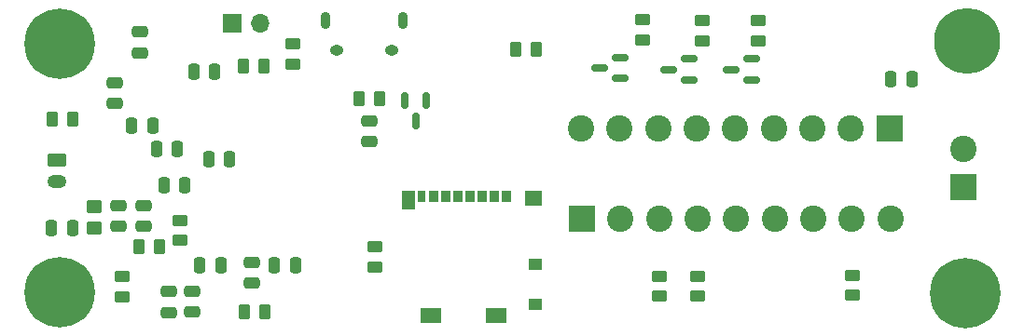
<source format=gbr>
%TF.GenerationSoftware,KiCad,Pcbnew,(6.0.1)*%
%TF.CreationDate,2022-04-25T15:24:58-05:00*%
%TF.ProjectId,Airbrake Controller,41697262-7261-46b6-9520-436f6e74726f,rev?*%
%TF.SameCoordinates,Original*%
%TF.FileFunction,Soldermask,Bot*%
%TF.FilePolarity,Negative*%
%FSLAX46Y46*%
G04 Gerber Fmt 4.6, Leading zero omitted, Abs format (unit mm)*
G04 Created by KiCad (PCBNEW (6.0.1)) date 2022-04-25 15:24:58*
%MOMM*%
%LPD*%
G01*
G04 APERTURE LIST*
G04 Aperture macros list*
%AMRoundRect*
0 Rectangle with rounded corners*
0 $1 Rounding radius*
0 $2 $3 $4 $5 $6 $7 $8 $9 X,Y pos of 4 corners*
0 Add a 4 corners polygon primitive as box body*
4,1,4,$2,$3,$4,$5,$6,$7,$8,$9,$2,$3,0*
0 Add four circle primitives for the rounded corners*
1,1,$1+$1,$2,$3*
1,1,$1+$1,$4,$5*
1,1,$1+$1,$6,$7*
1,1,$1+$1,$8,$9*
0 Add four rect primitives between the rounded corners*
20,1,$1+$1,$2,$3,$4,$5,0*
20,1,$1+$1,$4,$5,$6,$7,0*
20,1,$1+$1,$6,$7,$8,$9,0*
20,1,$1+$1,$8,$9,$2,$3,0*%
G04 Aperture macros list end*
%ADD10R,2.400000X2.400000*%
%ADD11C,2.400000*%
%ADD12C,0.800000*%
%ADD13C,6.400000*%
%ADD14R,1.700000X1.700000*%
%ADD15O,1.700000X1.700000*%
%ADD16RoundRect,0.250000X-0.625000X0.350000X-0.625000X-0.350000X0.625000X-0.350000X0.625000X0.350000X0*%
%ADD17O,1.750000X1.200000*%
%ADD18C,6.000000*%
%ADD19O,0.890000X1.550000*%
%ADD20O,1.250000X0.950000*%
%ADD21RoundRect,0.150000X0.587500X0.150000X-0.587500X0.150000X-0.587500X-0.150000X0.587500X-0.150000X0*%
%ADD22RoundRect,0.250000X-0.450000X0.262500X-0.450000X-0.262500X0.450000X-0.262500X0.450000X0.262500X0*%
%ADD23RoundRect,0.250000X-0.475000X0.250000X-0.475000X-0.250000X0.475000X-0.250000X0.475000X0.250000X0*%
%ADD24RoundRect,0.250000X-0.262500X-0.450000X0.262500X-0.450000X0.262500X0.450000X-0.262500X0.450000X0*%
%ADD25RoundRect,0.250000X0.475000X-0.250000X0.475000X0.250000X-0.475000X0.250000X-0.475000X-0.250000X0*%
%ADD26RoundRect,0.250000X0.450000X-0.262500X0.450000X0.262500X-0.450000X0.262500X-0.450000X-0.262500X0*%
%ADD27RoundRect,0.250000X0.250000X0.475000X-0.250000X0.475000X-0.250000X-0.475000X0.250000X-0.475000X0*%
%ADD28RoundRect,0.250000X-0.250000X-0.475000X0.250000X-0.475000X0.250000X0.475000X-0.250000X0.475000X0*%
%ADD29RoundRect,0.150000X-0.150000X0.587500X-0.150000X-0.587500X0.150000X-0.587500X0.150000X0.587500X0*%
%ADD30RoundRect,0.250000X0.262500X0.450000X-0.262500X0.450000X-0.262500X-0.450000X0.262500X-0.450000X0*%
%ADD31R,0.850000X1.100000*%
%ADD32R,0.750000X1.100000*%
%ADD33R,1.200000X1.000000*%
%ADD34R,1.170000X1.800000*%
%ADD35R,1.900000X1.350000*%
%ADD36R,1.550000X1.350000*%
%ADD37RoundRect,0.250000X-0.450000X0.350000X-0.450000X-0.350000X0.450000X-0.350000X0.450000X0.350000X0*%
G04 APERTURE END LIST*
D10*
%TO.C,J5*%
X193013074Y-103511751D03*
D11*
X193013074Y-100011751D03*
%TD*%
D12*
%TO.C,H2*%
X108552362Y-113093895D03*
X113352362Y-113093895D03*
X112649418Y-111396839D03*
X110952362Y-110693895D03*
X110952362Y-115493895D03*
X109255306Y-111396839D03*
X112649418Y-114790951D03*
D13*
X110952362Y-113093895D03*
D12*
X109255306Y-114790951D03*
%TD*%
D14*
%TO.C,J1*%
X126618406Y-88577368D03*
D15*
X129158406Y-88577368D03*
%TD*%
D16*
%TO.C,J2*%
X110695863Y-101013057D03*
D17*
X110695863Y-103013057D03*
%TD*%
D12*
%TO.C,H1*%
X110941341Y-88043383D03*
D13*
X110941341Y-90443383D03*
D12*
X113341341Y-90443383D03*
X110941341Y-92843383D03*
X109244285Y-88746327D03*
X112638397Y-88746327D03*
X108541341Y-90443383D03*
X112638397Y-92140439D03*
X109244285Y-92140439D03*
%TD*%
%TO.C,H3*%
X194924017Y-88639387D03*
X193333027Y-92480377D03*
X195583027Y-90230377D03*
D18*
X193333027Y-90230377D03*
D12*
X191742037Y-88639387D03*
X191742037Y-91821367D03*
X193333027Y-87980377D03*
X191083027Y-90230377D03*
X194924017Y-91821367D03*
%TD*%
%TO.C,H4*%
X190721534Y-113115426D03*
X191424478Y-114812482D03*
X194818590Y-111418370D03*
X195521534Y-113115426D03*
X191424478Y-111418370D03*
X194818590Y-114812482D03*
X193121534Y-110715426D03*
X193121534Y-115515426D03*
D13*
X193121534Y-113115426D03*
%TD*%
D19*
%TO.C,J3*%
X142112258Y-88359857D03*
D20*
X136112258Y-91059857D03*
X141112258Y-91059857D03*
D19*
X135112258Y-88359857D03*
%TD*%
D10*
%TO.C,J7*%
X158361601Y-106389591D03*
D11*
X161861601Y-106389591D03*
X165361601Y-106389591D03*
X168861601Y-106389591D03*
X172361601Y-106389591D03*
X175861601Y-106389591D03*
X179361601Y-106389591D03*
X182861601Y-106389591D03*
X186361601Y-106389591D03*
%TD*%
D10*
%TO.C,J6*%
X186268636Y-98185760D03*
D11*
X182768636Y-98185760D03*
X179268636Y-98185760D03*
X175768636Y-98185760D03*
X172268636Y-98185760D03*
X168768636Y-98185760D03*
X165268636Y-98185760D03*
X161768636Y-98185760D03*
X158268636Y-98185760D03*
%TD*%
D21*
%TO.C,Q3*%
X168127833Y-91842835D03*
X168127833Y-93742835D03*
X166252833Y-92792835D03*
%TD*%
D22*
%TO.C,R6*%
X116648613Y-111666014D03*
X116648613Y-113491014D03*
%TD*%
D23*
%TO.C,C10*%
X139074637Y-97457660D03*
X139074637Y-99357660D03*
%TD*%
D22*
%TO.C,R9*%
X139542932Y-108950993D03*
X139542932Y-110775993D03*
%TD*%
D24*
%TO.C,R10*%
X152350719Y-90936241D03*
X154175719Y-90936241D03*
%TD*%
D25*
%TO.C,C1*%
X120809307Y-114915412D03*
X120809307Y-113015412D03*
%TD*%
D26*
%TO.C,R14*%
X174332642Y-90196916D03*
X174332642Y-88371916D03*
%TD*%
D27*
%TO.C,C17*%
X112113459Y-107240058D03*
X110213459Y-107240058D03*
%TD*%
D28*
%TO.C,C8*%
X119742731Y-99999562D03*
X121642731Y-99999562D03*
%TD*%
D26*
%TO.C,R12*%
X168866150Y-113418105D03*
X168866150Y-111593105D03*
%TD*%
%TO.C,R15*%
X169274777Y-90186348D03*
X169274777Y-88361348D03*
%TD*%
D27*
%TO.C,C9*%
X132335699Y-110581768D03*
X130435699Y-110581768D03*
%TD*%
D21*
%TO.C,Q4*%
X161823395Y-91686342D03*
X161823395Y-93586342D03*
X159948395Y-92636342D03*
%TD*%
D28*
%TO.C,C11*%
X120422760Y-103291550D03*
X122322760Y-103291550D03*
%TD*%
D27*
%TO.C,C7*%
X125568409Y-110617952D03*
X123668409Y-110617952D03*
%TD*%
D26*
%TO.C,R3*%
X121865237Y-108356138D03*
X121865237Y-106531138D03*
%TD*%
D29*
%TO.C,Q1*%
X142301138Y-95617578D03*
X144201138Y-95617578D03*
X143251138Y-97492578D03*
%TD*%
D26*
%TO.C,R13*%
X165350390Y-113418105D03*
X165350390Y-111593105D03*
%TD*%
D27*
%TO.C,C14*%
X119378441Y-97882304D03*
X117478441Y-97882304D03*
%TD*%
D26*
%TO.C,R7*%
X132072880Y-92312283D03*
X132072880Y-90487283D03*
%TD*%
D28*
%TO.C,C6*%
X124471372Y-100915923D03*
X126371372Y-100915923D03*
%TD*%
D30*
%TO.C,R4*%
X119990971Y-108954598D03*
X118165971Y-108954598D03*
%TD*%
D23*
%TO.C,C15*%
X118524620Y-105170573D03*
X118524620Y-107070573D03*
%TD*%
D30*
%TO.C,R1*%
X129572413Y-114881528D03*
X127747413Y-114881528D03*
%TD*%
%TO.C,R8*%
X129446535Y-92475243D03*
X127621535Y-92475243D03*
%TD*%
D26*
%TO.C,R16*%
X163861823Y-90090082D03*
X163861823Y-88265082D03*
%TD*%
%TO.C,R11*%
X182886261Y-113338603D03*
X182886261Y-111513603D03*
%TD*%
D28*
%TO.C,C5*%
X186415664Y-93697416D03*
X188315664Y-93697416D03*
%TD*%
D31*
%TO.C,J4*%
X151457692Y-104348988D03*
X150357692Y-104348988D03*
X149257692Y-104348988D03*
X148157692Y-104348988D03*
X147057692Y-104348988D03*
X145957692Y-104348988D03*
X144857692Y-104348988D03*
D32*
X143807692Y-104348988D03*
D33*
X154092692Y-110498988D03*
X154092692Y-114198988D03*
D34*
X142597692Y-104698988D03*
D35*
X150592692Y-115173988D03*
X144622692Y-115173988D03*
D36*
X153917692Y-104473988D03*
%TD*%
D28*
%TO.C,C12*%
X123137945Y-93013319D03*
X125037945Y-93013319D03*
%TD*%
D25*
%TO.C,C4*%
X118214628Y-91288153D03*
X118214628Y-89388153D03*
%TD*%
D23*
%TO.C,C16*%
X116267841Y-105186579D03*
X116267841Y-107086579D03*
%TD*%
%TO.C,C13*%
X128420820Y-110352536D03*
X128420820Y-112252536D03*
%TD*%
D25*
%TO.C,C3*%
X122985083Y-114864517D03*
X122985083Y-112964517D03*
%TD*%
D23*
%TO.C,C2*%
X115974602Y-94010186D03*
X115974602Y-95910186D03*
%TD*%
D24*
%TO.C,R2*%
X138148145Y-95469164D03*
X139973145Y-95469164D03*
%TD*%
D21*
%TO.C,Q2*%
X173745007Y-91842835D03*
X173745007Y-93742835D03*
X171870007Y-92792835D03*
%TD*%
D37*
%TO.C,FB1*%
X114059077Y-105232612D03*
X114059077Y-107232612D03*
%TD*%
D24*
%TO.C,R5*%
X110271687Y-97347545D03*
X112096687Y-97347545D03*
%TD*%
M02*

</source>
